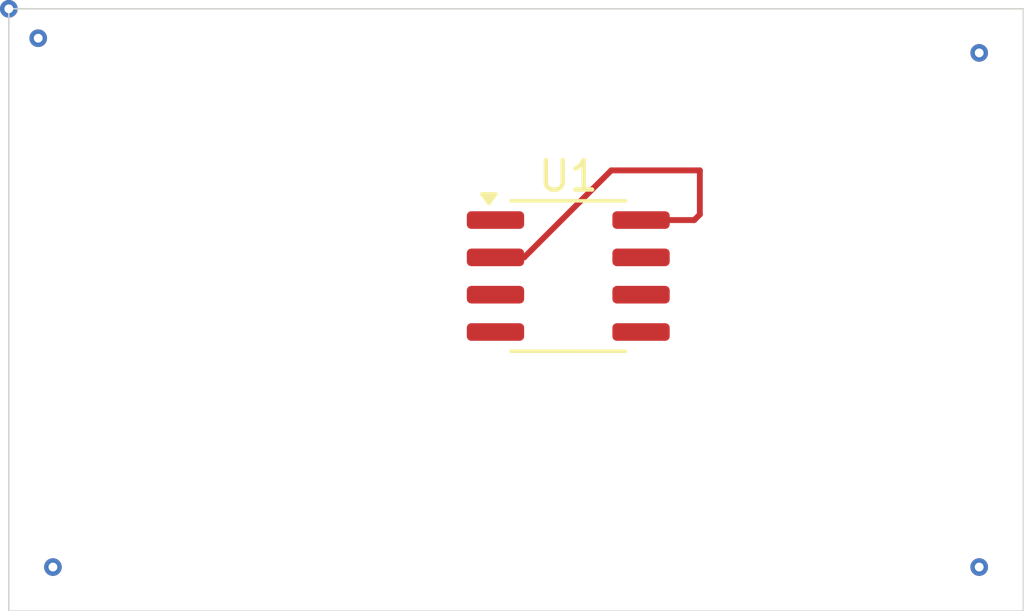
<source format=kicad_pcb>
(kicad_pcb (version 20240108) (generator "pcbnew") (generator_version "8.0")
  (layers (0 "F.Cu" signal) (31 "B.Cu" signal) (34 "B.Paste" user) (35 "F.Paste" user) (36 "B.SilkS" user "B.Silkscreen") (37 "F.SilkS" user "F.Silkscreen") (38 "B.Mask" user) (39 "F.Mask" user) (44 "Edge.Cuts" user))
  (net 0 "")
  (net 7 "Net-(U1-TR)")
  (footprint "Package_SO:SOIC-8_3.9x4.9mm_P1.27mm" (layer "F.Cu") (at 19.025 9.135)
    (property "Reference" "U1" (at 0 -3.4 0) (layer "F.SilkS"))
    (property "Value" "ICM7555xB")
    (fp_line (start 0 -2.56) (end -1.95 -2.56) (stroke (width 0.12)) (layer "F.SilkS"))
    (fp_line (start 0 -2.56) (end 1.95 -2.56) (stroke (width 0.12)) (layer "F.SilkS"))
    (fp_line (start 0 2.56) (end -1.95 2.56) (stroke (width 0.12)) (layer "F.SilkS"))
    (fp_line (start 0 2.56) (end 1.95 2.56) (stroke (width 0.12)) (layer "F.SilkS"))
    (fp_poly (pts (xy -2.7 -2.465) (xy -2.94 -2.795) (xy -2.46 -2.795) (xy -2.7 -2.465)) (stroke (width 0.12)) (fill solid) (layer "F.SilkS"))
    (pad "1" smd roundrect (at -2.475 -1.905) (size 1.95 0.6) (layers "F.Cu" "F.Paste" "F.Mask"))
    (pad "2" smd roundrect (at -2.475 -0.635) (size 1.95 0.6) (layers "F.Cu" "F.Paste" "F.Mask") (net 7 "Net-(U1-TR)"))
    (pad "3" smd roundrect (at -2.475 0.635) (size 1.95 0.6) (layers "F.Cu" "F.Paste" "F.Mask"))
    (pad "4" smd roundrect (at -2.475 1.905) (size 1.95 0.6) (layers "F.Cu" "F.Paste" "F.Mask"))
    (pad "5" smd roundrect (at 2.475 1.905) (size 1.95 0.6) (layers "F.Cu" "F.Paste" "F.Mask"))
    (pad "6" smd roundrect (at 2.475 0.635) (size 1.95 0.6) (layers "F.Cu" "F.Paste" "F.Mask"))
    (pad "7" smd roundrect (at 2.475 -0.635) (size 1.95 0.6) (layers "F.Cu" "F.Paste" "F.Mask"))
    (pad "8" smd roundrect (at 2.475 -1.905) (size 1.95 0.6) (layers "F.Cu" "F.Paste" "F.Mask") (net 7 "Net-(U1-TR)"))
  )
  (gr_rect (start 0 0.04) (end 34.5 20.54) (stroke (width 0.05)) (fill none) (layer "Edge.Cuts"))
  (via (at 1 1.04) (size 0.6) (drill 0.3) (layers "F.Cu" "B.Cu") (net 0))
  (via (at 0 0.04) (size 0.6) (drill 0.3) (layers "F.Cu" "B.Cu") (net 0))
  (via (at 1.5 19.04) (size 0.6) (drill 0.3) (layers "F.Cu" "B.Cu") (net 0))
  (via (at 33 19.04) (size 0.6) (drill 0.3) (layers "F.Cu" "B.Cu") (net 0))
  (via (at 33 1.54) (size 0.6) (drill 0.3) (layers "F.Cu" "B.Cu") (net 0))
  (segment (start 16.55 8.5) (end 17.524999 8.5) (width 0.2) (layer "F.Cu") (net 7))
  (segment (start 23.5 7.04) (end 23.31 7.23) (width 0.2) (layer "F.Cu") (net 7))
  (segment (start 20.484999 5.54) (end 23.5 5.54) (width 0.2) (layer "F.Cu") (net 7))
  (segment (start 23.5 5.54) (end 23.5 7.04) (width 0.2) (layer "F.Cu") (net 7))
  (segment (start 17.524999 8.5) (end 20.484999 5.54) (width 0.2) (layer "F.Cu") (net 7))
  (segment (start 23.31 7.23) (end 21.5 7.23) (width 0.2) (layer "F.Cu") (net 7))
)
</source>
